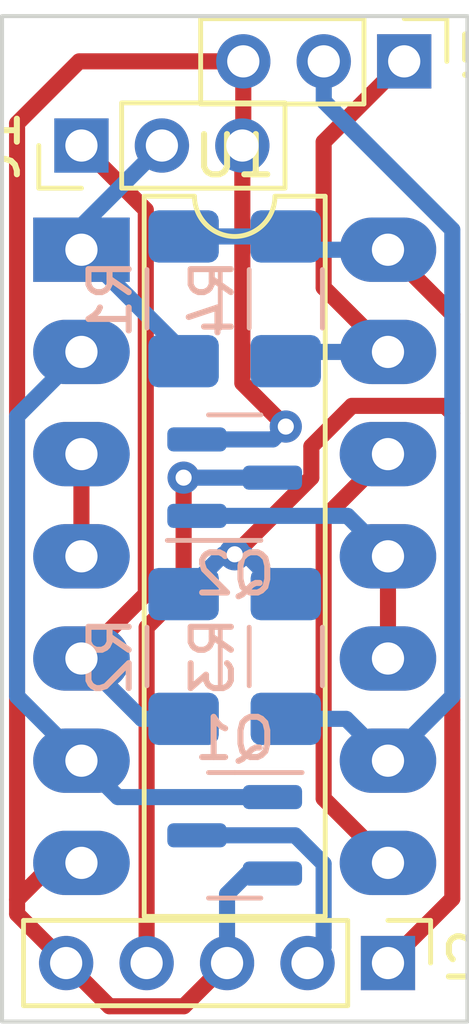
<source format=kicad_pcb>
(kicad_pcb (version 20211014) (generator pcbnew)
  (layers (0 "F.Cu" signal) (31 "B.Cu" signal) (38 "B.Mask" user) (39 "F.Mask" user) (44 "Edge.Cuts" user))
  (net 0 "")
  (net 1 "Net-(J1-Pad1)")
  (net 2 "Net-(J1-Pad2)")
  (net 3 "GND")
  (net 4 "Net-(J3-Pad1)")
  (net 5 "Net-(J3-Pad2)")
  (net 6 "Net-(Q1-Pad1)")
  (net 7 "Net-(Q2-Pad1)")
  (net 8 "VDD")
  (net 9 "Net-(U1-Pad3)")
  (net 10 "Net-(U1-Pad12)")
  (net 11 "Net-(Q1-Pad3)")
  (net 12 "Net-(Q2-Pad3)")
  (footprint "Connector_PinHeader_2.00mm:PinHeader_1x03_P2.00mm_Vertical" (layer "F.Cu") (at 119.38 93.98 90)
    (fp_text reference "J1" (at 0 -2.06 90) (layer "F.SilkS"))
    (fp_text value "BTN1")
    (fp_line (start -1.06 0) (end -1.06 -1.06) (layer "F.SilkS") (width 0.12))
    (fp_line (start -1.06 1) (end 1.06 1) (layer "F.SilkS") (width 0.12))
    (fp_line (start -1.06 1) (end -1.06 5.06) (layer "F.SilkS") (width 0.12))
    (fp_line (start -1.06 -1.06) (end 0 -1.06) (layer "F.SilkS") (width 0.12))
    (fp_line (start 1.06 1) (end 1.06 5.06) (layer "F.SilkS") (width 0.12))
    (fp_line (start -1.06 5.06) (end 1.06 5.06) (layer "F.SilkS") (width 0.12))
    (pad "1" thru_hole rect (at 0 0 90) (size 1.35 1.35) (drill 0.8) (layers *.Cu *.Mask) (net 1 "Net-(J1-Pad1)"))
    (pad "2" thru_hole oval (at 0 2 90) (size 1.35 1.35) (drill 0.8) (layers *.Cu *.Mask) (net 2 "Net-(J1-Pad2)"))
    (pad "3" thru_hole oval (at 0 4 90) (size 1.35 1.35) (drill 0.8) (layers *.Cu *.Mask) (net 3 "GND"))
  )
  (footprint "Connector_PinHeader_2.00mm:PinHeader_1x03_P2.00mm_Vertical" (layer "F.Cu") (at 127.403548 91.887756 -90)
    (fp_text reference "J3" (at 0 -2.06 90) (layer "F.SilkS"))
    (fp_text value "BTN2")
    (fp_line (start -1.06 -1.06) (end 0 -1.06) (layer "F.SilkS") (width 0.12))
    (fp_line (start -1.06 0) (end -1.06 -1.06) (layer "F.SilkS") (width 0.12))
    (fp_line (start -1.06 1) (end -1.06 5.06) (layer "F.SilkS") (width 0.12))
    (fp_line (start 1.06 1) (end 1.06 5.06) (layer "F.SilkS") (width 0.12))
    (fp_line (start -1.06 1) (end 1.06 1) (layer "F.SilkS") (width 0.12))
    (fp_line (start -1.06 5.06) (end 1.06 5.06) (layer "F.SilkS") (width 0.12))
    (pad "1" thru_hole rect (at 0 0 270) (size 1.35 1.35) (drill 0.8) (layers *.Cu *.Mask) (net 4 "Net-(J3-Pad1)"))
    (pad "2" thru_hole oval (at 0 2 270) (size 1.35 1.35) (drill 0.8) (layers *.Cu *.Mask) (net 5 "Net-(J3-Pad2)"))
    (pad "3" thru_hole oval (at 0 4 270) (size 1.35 1.35) (drill 0.8) (layers *.Cu *.Mask) (net 3 "GND"))
  )
  (footprint "Connector_PinHeader_2.00mm:PinHeader_1x05_P2.00mm_Vertical" (layer "F.Cu") (at 127 114.3 -90)
    (fp_text reference "J2" (at 0 -2.06 90) (layer "F.SilkS"))
    (fp_text value "Conn_01x05")
    (fp_line (start 1.06 1) (end 1.06 9.06) (layer "F.SilkS") (width 0.12))
    (fp_line (start -1.06 1) (end 1.06 1) (layer "F.SilkS") (width 0.12))
    (fp_line (start -1.06 9.06) (end 1.06 9.06) (layer "F.SilkS") (width 0.12))
    (fp_line (start -1.06 0) (end -1.06 -1.06) (layer "F.SilkS") (width 0.12))
    (fp_line (start -1.06 1) (end -1.06 9.06) (layer "F.SilkS") (width 0.12))
    (fp_line (start -1.06 -1.06) (end 0 -1.06) (layer "F.SilkS") (width 0.12))
    (pad "1" thru_hole rect (at 0 0 270) (size 1.35 1.35) (drill 0.8) (layers *.Cu *.Mask) (net 8 "VDD"))
    (pad "2" thru_hole oval (at 0 2 270) (size 1.35 1.35) (drill 0.8) (layers *.Cu *.Mask) (net 11 "Net-(Q1-Pad3)"))
    (pad "3" thru_hole oval (at 0 4 270) (size 1.35 1.35) (drill 0.8) (layers *.Cu *.Mask) (net 3 "GND"))
    (pad "4" thru_hole oval (at 0 6 270) (size 1.35 1.35) (drill 0.8) (layers *.Cu *.Mask) (net 12 "Net-(Q2-Pad3)"))
    (pad "5" thru_hole oval (at 0 8 270) (size 1.35 1.35) (drill 0.8) (layers *.Cu *.Mask) (net 3 "GND"))
  )
  (footprint "Package_DIP:DIP-14_W7.62mm_LongPads" (layer "F.Cu") (at 119.38 96.57)
    (fp_text reference "U1" (at 3.81 -2.33) (layer "F.SilkS"))
    (fp_text value "74HC00")
    (fp_line (start 6.06 16.57) (end 6.06 -1.33) (layer "F.SilkS") (width 0.12))
    (fp_line (start 1.56 16.57) (end 6.06 16.57) (layer "F.SilkS") (width 0.12))
    (fp_line (start 1.56 -1.33) (end 1.56 16.57) (layer "F.SilkS") (width 0.12))
    (fp_line (start 2.81 -1.33) (end 1.56 -1.33) (layer "F.SilkS") (width 0.12))
    (fp_line (start 6.06 -1.33) (end 4.81 -1.33) (layer "F.SilkS") (width 0.12))
    (fp_arc (start 4.81 -1.33) (mid 3.81 -0.33) (end 2.81 -1.33) (layer "F.SilkS") (width 0.12))
    (pad "1" thru_hole rect (at 0 0) (size 2.4 1.6) (drill 0.8) (layers *.Cu *.Mask) (net 2 "Net-(J1-Pad2)"))
    (pad "2" thru_hole oval (at 0 2.54) (size 2.4 1.6) (drill 0.8) (layers *.Cu *.Mask) (net 6 "Net-(Q1-Pad1)"))
    (pad "3" thru_hole oval (at 0 5.08) (size 2.4 1.6) (drill 0.8) (layers *.Cu *.Mask) (net 9 "Net-(U1-Pad3)"))
    (pad "4" thru_hole oval (at 0 7.62) (size 2.4 1.6) (drill 0.8) (layers *.Cu *.Mask) (net 9 "Net-(U1-Pad3)"))
    (pad "5" thru_hole oval (at 0 10.16) (size 2.4 1.6) (drill 0.8) (layers *.Cu *.Mask) (net 1 "Net-(J1-Pad1)"))
    (pad "6" thru_hole oval (at 0 12.7) (size 2.4 1.6) (drill 0.8) (layers *.Cu *.Mask) (net 6 "Net-(Q1-Pad1)"))
    (pad "7" thru_hole oval (at 0 15.24) (size 2.4 1.6) (drill 0.8) (layers *.Cu *.Mask) (net 3 "GND"))
    (pad "8" thru_hole oval (at 7.62 15.24) (size 2.4 1.6) (drill 0.8) (layers *.Cu *.Mask) (net 10 "Net-(U1-Pad12)"))
    (pad "9" thru_hole oval (at 7.62 12.7) (size 2.4 1.6) (drill 0.8) (layers *.Cu *.Mask) (net 5 "Net-(J3-Pad2)"))
    (pad "10" thru_hole oval (at 7.62 10.16) (size 2.4 1.6) (drill 0.8) (layers *.Cu *.Mask) (net 7 "Net-(Q2-Pad1)"))
    (pad "11" thru_hole oval (at 7.62 7.62) (size 2.4 1.6) (drill 0.8) (layers *.Cu *.Mask) (net 7 "Net-(Q2-Pad1)"))
    (pad "12" thru_hole oval (at 7.62 5.08) (size 2.4 1.6) (drill 0.8) (layers *.Cu *.Mask) (net 10 "Net-(U1-Pad12)"))
    (pad "13" thru_hole oval (at 7.62 2.54) (size 2.4 1.6) (drill 0.8) (layers *.Cu *.Mask) (net 4 "Net-(J3-Pad1)"))
    (pad "14" thru_hole oval (at 7.62 0) (size 2.4 1.6) (drill 0.8) (layers *.Cu *.Mask) (net 8 "VDD"))
  )
  (footprint "Resistor_SMD:R_1206_3216Metric_Pad1.30x1.75mm_HandSolder" (layer "B.Cu") (at 124.46 97.79 -90)
    (fp_text reference "R4" (at 0 1.82 90) (layer "B.SilkS") (effects (justify mirror)))
    (fp_text value "R")
    (fp_line (start -0.727064 0.91) (end 0.727064 0.91) (layer "B.SilkS") (width 0.12))
    (fp_line (start -0.727064 -0.91) (end 0.727064 -0.91) (layer "B.SilkS") (width 0.12))
    (pad "1" smd roundrect (at -1.55 0 270) (size 1.3 1.75) (layers "B.Cu" "B.Paste" "B.Mask") (roundrect_rratio 0.1923076923) (net 8 "VDD"))
    (pad "2" smd roundrect (at 1.55 0 270) (size 1.3 1.75) (layers "B.Cu" "B.Paste" "B.Mask") (roundrect_rratio 0.1923076923) (net 4 "Net-(J3-Pad1)"))
  )
  (footprint "Package_TO_SOT_SMD:SOT-23" (layer "B.Cu") (at 123.19 111.125 180)
    (fp_text reference "Q1" (at 0 2.4) (layer "B.SilkS") (effects (justify mirror)))
    (fp_text value "BSS138")
    (fp_line (start 0 1.56) (end -1.675 1.56) (layer "B.SilkS") (width 0.12))
    (fp_line (start 0 -1.56) (end -0.65 -1.56) (layer "B.SilkS") (width 0.12))
    (fp_line (start 0 1.56) (end 0.65 1.56) (layer "B.SilkS") (width 0.12))
    (fp_line (start 0 -1.56) (end 0.65 -1.56) (layer "B.SilkS") (width 0.12))
    (pad "1" smd roundrect (at -0.9375 0.95 180) (size 1.475 0.6) (layers "B.Cu" "B.Paste" "B.Mask") (net 6 "Net-(Q1-Pad1)"))
    (pad "2" smd roundrect (at -0.9375 -0.95 180) (size 1.475 0.6) (layers "B.Cu" "B.Paste" "B.Mask") (net 3 "GND"))
    (pad "3" smd roundrect (at 0.9375 0 180) (size 1.475 0.6) (layers "B.Cu" "B.Paste" "B.Mask") (net 11 "Net-(Q1-Pad3)"))
  )
  (footprint "Resistor_SMD:R_1206_3216Metric_Pad1.30x1.75mm_HandSolder" (layer "B.Cu") (at 121.92 106.68 -90)
    (fp_text reference "R2" (at 0 1.82 90) (layer "B.SilkS") (effects (justify mirror)))
    (fp_text value "R")
    (fp_line (start -0.727064 0.91) (end 0.727064 0.91) (layer "B.SilkS") (width 0.12))
    (fp_line (start -0.727064 -0.91) (end 0.727064 -0.91) (layer "B.SilkS") (width 0.12))
    (pad "1" smd roundrect (at -1.55 0 270) (size 1.3 1.75) (layers "B.Cu" "B.Paste" "B.Mask") (roundrect_rratio 0.1923076923) (net 8 "VDD"))
    (pad "2" smd roundrect (at 1.55 0 270) (size 1.3 1.75) (layers "B.Cu" "B.Paste" "B.Mask") (roundrect_rratio 0.1923076923) (net 1 "Net-(J1-Pad1)"))
  )
  (footprint "Resistor_SMD:R_1206_3216Metric_Pad1.30x1.75mm_HandSolder" (layer "B.Cu") (at 121.92 97.79 -90)
    (fp_text reference "R1" (at 0 1.82 90) (layer "B.SilkS") (effects (justify mirror)))
    (fp_text value "R")
    (fp_line (start -0.727064 0.91) (end 0.727064 0.91) (layer "B.SilkS") (width 0.12))
    (fp_line (start -0.727064 -0.91) (end 0.727064 -0.91) (layer "B.SilkS") (width 0.12))
    (pad "1" smd roundrect (at -1.55 0 270) (size 1.3 1.75) (layers "B.Cu" "B.Paste" "B.Mask") (roundrect_rratio 0.1923076923) (net 8 "VDD"))
    (pad "2" smd roundrect (at 1.55 0 270) (size 1.3 1.75) (layers "B.Cu" "B.Paste" "B.Mask") (roundrect_rratio 0.1923076923) (net 2 "Net-(J1-Pad2)"))
  )
  (footprint "Package_TO_SOT_SMD:SOT-23" (layer "B.Cu") (at 123.19 102.235)
    (fp_text reference "Q2" (at 0 2.4) (layer "B.SilkS") (effects (justify mirror)))
    (fp_text value "BSS138")
    (fp_line (start 0 -1.56) (end 0.65 -1.56) (layer "B.SilkS") (width 0.12))
    (fp_line (start 0 -1.56) (end -0.65 -1.56) (layer "B.SilkS") (width 0.12))
    (fp_line (start 0 1.56) (end -1.675 1.56) (layer "B.SilkS") (width 0.12))
    (fp_line (start 0 1.56) (end 0.65 1.56) (layer "B.SilkS") (width 0.12))
    (pad "1" smd roundrect (at -0.9375 0.95) (size 1.475 0.6) (layers "B.Cu" "B.Paste" "B.Mask") (net 7 "Net-(Q2-Pad1)"))
    (pad "2" smd roundrect (at -0.9375 -0.95) (size 1.475 0.6) (layers "B.Cu" "B.Paste" "B.Mask") (net 3 "GND"))
    (pad "3" smd roundrect (at 0.9375 0) (size 1.475 0.6) (layers "B.Cu" "B.Paste" "B.Mask") (net 12 "Net-(Q2-Pad3)"))
  )
  (footprint "Resistor_SMD:R_1206_3216Metric_Pad1.30x1.75mm_HandSolder" (layer "B.Cu") (at 124.46 106.68 -90)
    (fp_text reference "R3" (at 0 1.82 90) (layer "B.SilkS") (effects (justify mirror)))
    (fp_text value "R")
    (fp_line (start -0.727064 0.91) (end 0.727064 0.91) (layer "B.SilkS") (width 0.12))
    (fp_line (start -0.727064 -0.91) (end 0.727064 -0.91) (layer "B.SilkS") (width 0.12))
    (pad "1" smd roundrect (at -1.55 0 270) (size 1.3 1.75) (layers "B.Cu" "B.Paste" "B.Mask") (roundrect_rratio 0.1923076923) (net 8 "VDD"))
    (pad "2" smd roundrect (at 1.55 0 270) (size 1.3 1.75) (layers "B.Cu" "B.Paste" "B.Mask") (roundrect_rratio 0.1923076923) (net 5 "Net-(J3-Pad2)"))
  )
  (gr_rect (start 117.405586 115.753347) (end 128.975097 90.763253) (layer "Edge.Cuts") (width 0.1) (fill none))
  (segment (start 120.97952 95.57952) (end 120.97952 105.13048) (width 0.4) (layer "F.Cu") (net 1))
  (segment (start 119.38 93.98) (end 120.97952 95.57952) (width 0.4) (layer "F.Cu") (net 1))
  (segment (start 120.97952 105.13048) (end 119.38 106.73) (width 0.4) (layer "F.Cu") (net 1))
  (segment (start 120.88 108.23) (end 119.38 106.73) (width 0.4) (layer "B.Cu") (net 1))
  (segment (start 121.92 108.23) (end 120.88 108.23) (width 0.4) (layer "B.Cu") (net 1))
  (segment (start 119.38 96.57) (end 119.38 95.98) (width 0.4) (layer "B.Cu") (net 2))
  (segment (start 119.38 95.98) (end 121.38 93.98) (width 0.4) (layer "B.Cu") (net 2))
  (segment (start 119.38 96.57) (end 121.92 99.11) (width 0.4) (layer "B.Cu") (net 2))
  (segment (start 121.92 99.11) (end 121.92 99.34) (width 0.4) (layer "B.Cu") (net 2))
  (segment (start 123.403548 93.956452) (end 123.38 93.98) (width 0.4) (layer "F.Cu") (net 3))
  (segment (start 120.074511 115.374511) (end 119 114.3) (width 0.4) (layer "F.Cu") (net 3))
  (segment (start 123.38 99.885) (end 124.46 100.965) (width 0.4) (layer "F.Cu") (net 3))
  (segment (start 119.38 111.81) (end 118.695 111.81) (width 0.4) (layer "F.Cu") (net 3))
  (segment (start 123.38 93.98) (end 123.38 99.885) (width 0.4) (layer "F.Cu") (net 3))
  (segment (start 123 114.3) (end 121.925489 115.374511) (width 0.4) (layer "F.Cu") (net 3))
  (segment (start 118.695 111.81) (end 117.78048 112.72452) (width 0.4) (layer "F.Cu") (net 3))
  (segment (start 117.78048 93.430498) (end 119.323222 91.887756) (width 0.4) (layer "F.Cu") (net 3))
  (segment (start 117.78048 112.72452) (end 117.78048 93.430498) (width 0.4) (layer "F.Cu") (net 3))
  (segment (start 123.403548 91.887756) (end 123.403548 93.956452) (width 0.4) (layer "F.Cu") (net 3))
  (segment (start 119 114.3) (end 117.78048 113.08048) (width 0.4) (layer "F.Cu") (net 3))
  (segment (start 119.323222 91.887756) (end 123.403548 91.887756) (width 0.4) (layer "F.Cu") (net 3))
  (segment (start 117.78048 113.08048) (end 117.78048 112.72452) (width 0.4) (layer "F.Cu") (net 3))
  (segment (start 121.925489 115.374511) (end 120.074511 115.374511) (width 0.4) (layer "F.Cu") (net 3))
  (via (at 124.46 100.965) (size 0.8) (drill 0.4) (layers "F.Cu" "B.Cu") (net 3))
  (segment (start 124.1275 112.075) (end 123.51 112.075) (width 0.4) (layer "B.Cu") (net 3))
  (segment (start 123 112.585) (end 123 114.3) (width 0.4) (layer "B.Cu") (net 3))
  (segment (start 124.14 101.285) (end 124.46 100.965) (width 0.4) (layer "B.Cu") (net 3))
  (segment (start 123.51 112.075) (end 123 112.585) (width 0.4) (layer "B.Cu") (net 3))
  (segment (start 122.2525 101.285) (end 124.14 101.285) (width 0.4) (layer "B.Cu") (net 3))
  (segment (start 125.40048 93.890824) (end 127.403548 91.887756) (width 0.4) (layer "F.Cu") (net 4))
  (segment (start 125.40048 97.51048) (end 127 99.11) (width 0.4) (layer "F.Cu") (net 4))
  (segment (start 125.40048 97.51048) (end 125.40048 93.890824) (width 0.4) (layer "F.Cu") (net 4))
  (segment (start 124.69 99.11) (end 124.46 99.34) (width 0.4) (layer "B.Cu") (net 4))
  (segment (start 127 99.11) (end 124.69 99.11) (width 0.4) (layer "B.Cu") (net 4))
  (segment (start 128.59952 107.67048) (end 127 109.27) (width 0.4) (layer "B.Cu") (net 5))
  (segment (start 124.46 108.23) (end 125.96 108.23) (width 0.4) (layer "B.Cu") (net 5))
  (segment (start 128.59952 96.073143) (end 125.403548 92.877171) (width 0.4) (layer "B.Cu") (net 5))
  (segment (start 125.96 108.23) (end 127 109.27) (width 0.4) (layer "B.Cu") (net 5))
  (segment (start 125.403548 92.877171) (end 125.403548 91.887756) (width 0.4) (layer "B.Cu") (net 5))
  (segment (start 128.59952 107.67048) (end 128.59952 96.073143) (width 0.4) (layer "B.Cu") (net 5))
  (segment (start 117.78048 100.70952) (end 119.38 99.11) (width 0.4) (layer "B.Cu") (net 6))
  (segment (start 124.1275 110.175) (end 120.285 110.175) (width 0.4) (layer "B.Cu") (net 6))
  (segment (start 119.38 109.27) (end 117.78048 107.67048) (width 0.4) (layer "B.Cu") (net 6))
  (segment (start 120.285 110.175) (end 119.38 109.27) (width 0.4) (layer "B.Cu") (net 6))
  (segment (start 117.78048 107.67048) (end 117.78048 100.70952) (width 0.4) (layer "B.Cu") (net 6))
  (segment (start 127 104.19) (end 127 106.73) (width 0.4) (layer "F.Cu") (net 7))
  (segment (start 127 104.19) (end 125.995 103.185) (width 0.4) (layer "B.Cu") (net 7))
  (segment (start 125.995 103.185) (end 122.2525 103.185) (width 0.4) (layer "B.Cu") (net 7))
  (segment (start 128.59952 108.25548) (end 128.59952 100.63548) (width 0.4) (layer "F.Cu") (net 8))
  (segment (start 128.59952 112.70048) (end 128.59952 108.25548) (width 0.4) (layer "F.Cu") (net 8))
  (segment (start 128.41452 100.45048) (end 126.103143 100.45048) (width 0.4) (layer "F.Cu") (net 8))
  (segment (start 128.59952 98.16952) (end 127 96.57) (width 0.4) (layer "F.Cu") (net 8))
  (segment (start 126.103143 100.45048) (end 125.095 101.458623) (width 0.4) (layer "F.Cu") (net 8))
  (segment (start 125.095 101.458623) (end 125.095 102.235) (width 0.4) (layer "F.Cu") (net 8))
  (segment (start 128.59952 100.63548) (end 128.41452 100.45048) (width 0.4) (layer "F.Cu") (net 8))
  (segment (start 128.59952 100.63548) (end 128.59952 98.16952) (width 0.4) (layer "F.Cu") (net 8))
  (segment (start 125.095 102.235) (end 123.19 104.14) (width 0.4) (layer "F.Cu") (net 8))
  (segment (start 128.59952 112.70048) (end 127 114.3) (width 0.4) (layer "F.Cu") (net 8))
  (via (at 123.19 104.14) (size 0.8) (drill 0.4) (layers "F.Cu" "B.Cu") (net 8))
  (segment (start 124.46 96.24) (end 121.92 96.24) (width 0.4) (layer "B.Cu") (net 8))
  (segment (start 124.79 96.57) (end 124.46 96.24) (width 0.4) (layer "B.Cu") (net 8))
  (segment (start 123.19 104.14) (end 122.91 104.14) (width 0.4) (layer "B.Cu") (net 8))
  (segment (start 123.47 104.14) (end 124.46 105.13) (width 0.4) (layer "B.Cu") (net 8))
  (segment (start 127 96.57) (end 124.79 96.57) (width 0.4) (layer "B.Cu") (net 8))
  (segment (start 123.19 104.14) (end 123.47 104.14) (width 0.4) (layer "B.Cu") (net 8))
  (segment (start 122.91 104.14) (end 121.92 105.13) (width 0.4) (layer "B.Cu") (net 8))
  (segment (start 119.38 101.65) (end 119.38 104.19) (width 0.4) (layer "F.Cu") (net 9))
  (segment (start 125.40048 110.21048) (end 127 111.81) (width 0.4) (layer "F.Cu") (net 10))
  (segment (start 127 101.65) (end 125.40048 103.24952) (width 0.4) (layer "F.Cu") (net 10))
  (segment (start 125.40048 103.24952) (end 125.40048 110.21048) (width 0.4) (layer "F.Cu") (net 10))
  (segment (start 125.40048 111.833342) (end 125.40048 113.89952) (width 0.4) (layer "B.Cu") (net 11))
  (segment (start 122.2525 111.125) (end 124.692138 111.125) (width 0.4) (layer "B.Cu") (net 11))
  (segment (start 124.692138 111.125) (end 125.40048 111.833342) (width 0.4) (layer "B.Cu") (net 11))
  (segment (start 125.40048 113.89952) (end 125 114.3) (width 0.4) (layer "B.Cu") (net 11))
  (segment (start 121.92 105.03785) (end 121.92 102.235) (width 0.4) (layer "F.Cu") (net 12))
  (segment (start 121 105.95785) (end 121.92 105.03785) (width 0.4) (layer "F.Cu") (net 12))
  (segment (start 121 114.3) (end 121 105.95785) (width 0.4) (layer "F.Cu") (net 12))
  (via (at 121.92 102.235) (size 0.8) (drill 0.4) (layers "F.Cu" "B.Cu") (net 12))
  (segment (start 121.92 102.235) (end 124.1275 102.235) (width 0.4) (layer "B.Cu") (net 12))
)
</source>
